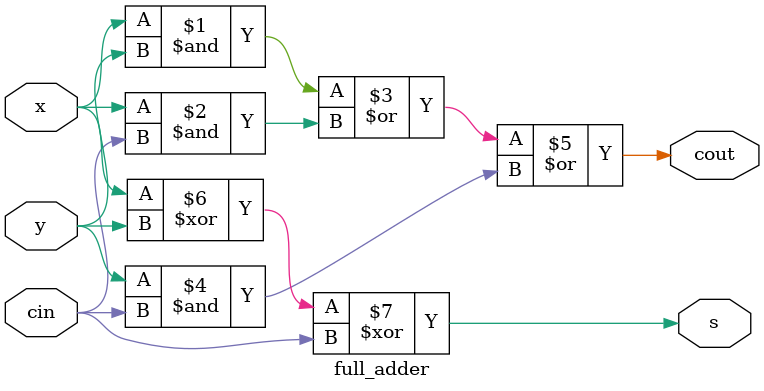
<source format=v>
`timescale 1ns / 1ps

module full_adder(cout, s, x, y, cin);
output s, cout;
input x, y, cin;

assign cout = (x & y) | (x & cin) | (y & cin);
assign s = x ^ y ^ cin;

endmodule

</source>
